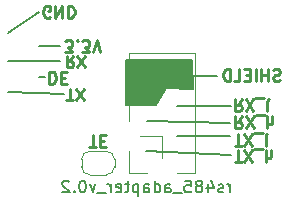
<source format=gbr>
G04 #@! TF.GenerationSoftware,KiCad,Pcbnew,5.1.5-52549c5~84~ubuntu18.04.1*
G04 #@! TF.CreationDate,2020-05-04T21:01:36+02:00*
G04 #@! TF.ProjectId,rs485_adapter,72733438-355f-4616-9461-707465722e6b,rev?*
G04 #@! TF.SameCoordinates,Original*
G04 #@! TF.FileFunction,Legend,Bot*
G04 #@! TF.FilePolarity,Positive*
%FSLAX46Y46*%
G04 Gerber Fmt 4.6, Leading zero omitted, Abs format (unit mm)*
G04 Created by KiCad (PCBNEW 5.1.5-52549c5~84~ubuntu18.04.1) date 2020-05-04 21:01:36*
%MOMM*%
%LPD*%
G04 APERTURE LIST*
%ADD10C,0.150000*%
%ADD11C,0.200000*%
%ADD12C,0.250000*%
%ADD13C,0.120000*%
G04 APERTURE END LIST*
D10*
X139681428Y-113232380D02*
X139681428Y-112565714D01*
X139681428Y-112756190D02*
X139633809Y-112660952D01*
X139586190Y-112613333D01*
X139490952Y-112565714D01*
X139395714Y-112565714D01*
X139110000Y-113184761D02*
X139014761Y-113232380D01*
X138824285Y-113232380D01*
X138729047Y-113184761D01*
X138681428Y-113089523D01*
X138681428Y-113041904D01*
X138729047Y-112946666D01*
X138824285Y-112899047D01*
X138967142Y-112899047D01*
X139062380Y-112851428D01*
X139110000Y-112756190D01*
X139110000Y-112708571D01*
X139062380Y-112613333D01*
X138967142Y-112565714D01*
X138824285Y-112565714D01*
X138729047Y-112613333D01*
X137824285Y-112565714D02*
X137824285Y-113232380D01*
X138062380Y-112184761D02*
X138300476Y-112899047D01*
X137681428Y-112899047D01*
X137157619Y-112660952D02*
X137252857Y-112613333D01*
X137300476Y-112565714D01*
X137348095Y-112470476D01*
X137348095Y-112422857D01*
X137300476Y-112327619D01*
X137252857Y-112280000D01*
X137157619Y-112232380D01*
X136967142Y-112232380D01*
X136871904Y-112280000D01*
X136824285Y-112327619D01*
X136776666Y-112422857D01*
X136776666Y-112470476D01*
X136824285Y-112565714D01*
X136871904Y-112613333D01*
X136967142Y-112660952D01*
X137157619Y-112660952D01*
X137252857Y-112708571D01*
X137300476Y-112756190D01*
X137348095Y-112851428D01*
X137348095Y-113041904D01*
X137300476Y-113137142D01*
X137252857Y-113184761D01*
X137157619Y-113232380D01*
X136967142Y-113232380D01*
X136871904Y-113184761D01*
X136824285Y-113137142D01*
X136776666Y-113041904D01*
X136776666Y-112851428D01*
X136824285Y-112756190D01*
X136871904Y-112708571D01*
X136967142Y-112660952D01*
X135871904Y-112232380D02*
X136348095Y-112232380D01*
X136395714Y-112708571D01*
X136348095Y-112660952D01*
X136252857Y-112613333D01*
X136014761Y-112613333D01*
X135919523Y-112660952D01*
X135871904Y-112708571D01*
X135824285Y-112803809D01*
X135824285Y-113041904D01*
X135871904Y-113137142D01*
X135919523Y-113184761D01*
X136014761Y-113232380D01*
X136252857Y-113232380D01*
X136348095Y-113184761D01*
X136395714Y-113137142D01*
X135633809Y-113327619D02*
X134871904Y-113327619D01*
X134205238Y-113232380D02*
X134205238Y-112708571D01*
X134252857Y-112613333D01*
X134348095Y-112565714D01*
X134538571Y-112565714D01*
X134633809Y-112613333D01*
X134205238Y-113184761D02*
X134300476Y-113232380D01*
X134538571Y-113232380D01*
X134633809Y-113184761D01*
X134681428Y-113089523D01*
X134681428Y-112994285D01*
X134633809Y-112899047D01*
X134538571Y-112851428D01*
X134300476Y-112851428D01*
X134205238Y-112803809D01*
X133300476Y-113232380D02*
X133300476Y-112232380D01*
X133300476Y-113184761D02*
X133395714Y-113232380D01*
X133586190Y-113232380D01*
X133681428Y-113184761D01*
X133729047Y-113137142D01*
X133776666Y-113041904D01*
X133776666Y-112756190D01*
X133729047Y-112660952D01*
X133681428Y-112613333D01*
X133586190Y-112565714D01*
X133395714Y-112565714D01*
X133300476Y-112613333D01*
X132395714Y-113232380D02*
X132395714Y-112708571D01*
X132443333Y-112613333D01*
X132538571Y-112565714D01*
X132729047Y-112565714D01*
X132824285Y-112613333D01*
X132395714Y-113184761D02*
X132490952Y-113232380D01*
X132729047Y-113232380D01*
X132824285Y-113184761D01*
X132871904Y-113089523D01*
X132871904Y-112994285D01*
X132824285Y-112899047D01*
X132729047Y-112851428D01*
X132490952Y-112851428D01*
X132395714Y-112803809D01*
X131919523Y-112565714D02*
X131919523Y-113565714D01*
X131919523Y-112613333D02*
X131824285Y-112565714D01*
X131633809Y-112565714D01*
X131538571Y-112613333D01*
X131490952Y-112660952D01*
X131443333Y-112756190D01*
X131443333Y-113041904D01*
X131490952Y-113137142D01*
X131538571Y-113184761D01*
X131633809Y-113232380D01*
X131824285Y-113232380D01*
X131919523Y-113184761D01*
X131157619Y-112565714D02*
X130776666Y-112565714D01*
X131014761Y-112232380D02*
X131014761Y-113089523D01*
X130967142Y-113184761D01*
X130871904Y-113232380D01*
X130776666Y-113232380D01*
X130062380Y-113184761D02*
X130157619Y-113232380D01*
X130348095Y-113232380D01*
X130443333Y-113184761D01*
X130490952Y-113089523D01*
X130490952Y-112708571D01*
X130443333Y-112613333D01*
X130348095Y-112565714D01*
X130157619Y-112565714D01*
X130062380Y-112613333D01*
X130014761Y-112708571D01*
X130014761Y-112803809D01*
X130490952Y-112899047D01*
X129586190Y-113232380D02*
X129586190Y-112565714D01*
X129586190Y-112756190D02*
X129538571Y-112660952D01*
X129490952Y-112613333D01*
X129395714Y-112565714D01*
X129300476Y-112565714D01*
X129205238Y-113327619D02*
X128443333Y-113327619D01*
X128300476Y-112565714D02*
X128062380Y-113232380D01*
X127824285Y-112565714D01*
X127252857Y-112232380D02*
X127157619Y-112232380D01*
X127062380Y-112280000D01*
X127014761Y-112327619D01*
X126967142Y-112422857D01*
X126919523Y-112613333D01*
X126919523Y-112851428D01*
X126967142Y-113041904D01*
X127014761Y-113137142D01*
X127062380Y-113184761D01*
X127157619Y-113232380D01*
X127252857Y-113232380D01*
X127348095Y-113184761D01*
X127395714Y-113137142D01*
X127443333Y-113041904D01*
X127490952Y-112851428D01*
X127490952Y-112613333D01*
X127443333Y-112422857D01*
X127395714Y-112327619D01*
X127348095Y-112280000D01*
X127252857Y-112232380D01*
X126490952Y-113137142D02*
X126443333Y-113184761D01*
X126490952Y-113232380D01*
X126538571Y-113184761D01*
X126490952Y-113137142D01*
X126490952Y-113232380D01*
X126062380Y-112327619D02*
X126014761Y-112280000D01*
X125919523Y-112232380D01*
X125681428Y-112232380D01*
X125586190Y-112280000D01*
X125538571Y-112327619D01*
X125490952Y-112422857D01*
X125490952Y-112518095D01*
X125538571Y-112660952D01*
X126110000Y-113232380D01*
X125490952Y-113232380D01*
D11*
X138630000Y-103350000D02*
X136660000Y-103370000D01*
D12*
X127791904Y-109397619D02*
X128363333Y-109397619D01*
X128077619Y-108397619D02*
X128077619Y-109397619D01*
X128696666Y-108921428D02*
X129030000Y-108921428D01*
X129172857Y-108397619D02*
X128696666Y-108397619D01*
X128696666Y-109397619D01*
X129172857Y-109397619D01*
D10*
G36*
X136530000Y-104510000D02*
G01*
X134270000Y-104390000D01*
X133460000Y-105820000D01*
X130910000Y-105840000D01*
X130880000Y-102010000D01*
X136500000Y-102010000D01*
X136530000Y-104510000D01*
G37*
X136530000Y-104510000D02*
X134270000Y-104390000D01*
X133460000Y-105820000D01*
X130910000Y-105840000D01*
X130880000Y-102010000D01*
X136500000Y-102010000D01*
X136530000Y-104510000D01*
D12*
X143904761Y-103754761D02*
X143761904Y-103802380D01*
X143523809Y-103802380D01*
X143428571Y-103754761D01*
X143380952Y-103707142D01*
X143333333Y-103611904D01*
X143333333Y-103516666D01*
X143380952Y-103421428D01*
X143428571Y-103373809D01*
X143523809Y-103326190D01*
X143714285Y-103278571D01*
X143809523Y-103230952D01*
X143857142Y-103183333D01*
X143904761Y-103088095D01*
X143904761Y-102992857D01*
X143857142Y-102897619D01*
X143809523Y-102850000D01*
X143714285Y-102802380D01*
X143476190Y-102802380D01*
X143333333Y-102850000D01*
X142904761Y-103802380D02*
X142904761Y-102802380D01*
X142904761Y-103278571D02*
X142333333Y-103278571D01*
X142333333Y-103802380D02*
X142333333Y-102802380D01*
X141857142Y-103802380D02*
X141857142Y-102802380D01*
X141380952Y-103278571D02*
X141047619Y-103278571D01*
X140904761Y-103802380D02*
X141380952Y-103802380D01*
X141380952Y-102802380D01*
X140904761Y-102802380D01*
X140000000Y-103802380D02*
X140476190Y-103802380D01*
X140476190Y-102802380D01*
X139666666Y-103802380D02*
X139666666Y-102802380D01*
X139428571Y-102802380D01*
X139285714Y-102850000D01*
X139190476Y-102945238D01*
X139142857Y-103040476D01*
X139095238Y-103230952D01*
X139095238Y-103373809D01*
X139142857Y-103564285D01*
X139190476Y-103659523D01*
X139285714Y-103754761D01*
X139428571Y-103802380D01*
X139666666Y-103802380D01*
D11*
X139750000Y-105920000D02*
X135200000Y-105910000D01*
X139650000Y-107320000D02*
X132680000Y-107190000D01*
X139650000Y-108420000D02*
X135230000Y-108490000D01*
X139740000Y-110090000D02*
X132600000Y-109760000D01*
X125600000Y-104900000D02*
X120900000Y-104700000D01*
X124000000Y-103500000D02*
X123500000Y-103500000D01*
X125300000Y-102100000D02*
X120900000Y-102100000D01*
X125300000Y-100800000D02*
X123500000Y-100800000D01*
X123500000Y-98000000D02*
X120900000Y-99700000D01*
D12*
X124438095Y-98400000D02*
X124342857Y-98447619D01*
X124200000Y-98447619D01*
X124057142Y-98400000D01*
X123961904Y-98304761D01*
X123914285Y-98209523D01*
X123866666Y-98019047D01*
X123866666Y-97876190D01*
X123914285Y-97685714D01*
X123961904Y-97590476D01*
X124057142Y-97495238D01*
X124200000Y-97447619D01*
X124295238Y-97447619D01*
X124438095Y-97495238D01*
X124485714Y-97542857D01*
X124485714Y-97876190D01*
X124295238Y-97876190D01*
X124914285Y-97447619D02*
X124914285Y-98447619D01*
X125485714Y-97447619D01*
X125485714Y-98447619D01*
X125961904Y-97447619D02*
X125961904Y-98447619D01*
X126200000Y-98447619D01*
X126342857Y-98400000D01*
X126438095Y-98304761D01*
X126485714Y-98209523D01*
X126533333Y-98019047D01*
X126533333Y-97876190D01*
X126485714Y-97685714D01*
X126438095Y-97590476D01*
X126342857Y-97495238D01*
X126200000Y-97447619D01*
X125961904Y-97447619D01*
X125723809Y-101347619D02*
X126342857Y-101347619D01*
X126009523Y-100966666D01*
X126152380Y-100966666D01*
X126247619Y-100919047D01*
X126295238Y-100871428D01*
X126342857Y-100776190D01*
X126342857Y-100538095D01*
X126295238Y-100442857D01*
X126247619Y-100395238D01*
X126152380Y-100347619D01*
X125866666Y-100347619D01*
X125771428Y-100395238D01*
X125723809Y-100442857D01*
X126771428Y-100442857D02*
X126819047Y-100395238D01*
X126771428Y-100347619D01*
X126723809Y-100395238D01*
X126771428Y-100442857D01*
X126771428Y-100347619D01*
X127152380Y-101347619D02*
X127771428Y-101347619D01*
X127438095Y-100966666D01*
X127580952Y-100966666D01*
X127676190Y-100919047D01*
X127723809Y-100871428D01*
X127771428Y-100776190D01*
X127771428Y-100538095D01*
X127723809Y-100442857D01*
X127676190Y-100395238D01*
X127580952Y-100347619D01*
X127295238Y-100347619D01*
X127200000Y-100395238D01*
X127152380Y-100442857D01*
X128057142Y-101347619D02*
X128390476Y-100347619D01*
X128723809Y-101347619D01*
X126433333Y-101647619D02*
X126100000Y-102123809D01*
X125861904Y-101647619D02*
X125861904Y-102647619D01*
X126242857Y-102647619D01*
X126338095Y-102600000D01*
X126385714Y-102552380D01*
X126433333Y-102457142D01*
X126433333Y-102314285D01*
X126385714Y-102219047D01*
X126338095Y-102171428D01*
X126242857Y-102123809D01*
X125861904Y-102123809D01*
X126766666Y-102647619D02*
X127433333Y-101647619D01*
X127433333Y-102647619D02*
X126766666Y-101647619D01*
X124379154Y-103024292D02*
X124379154Y-104024292D01*
X124617249Y-104024292D01*
X124760106Y-103976673D01*
X124855344Y-103881434D01*
X124902963Y-103786196D01*
X124950582Y-103595720D01*
X124950582Y-103452863D01*
X124902963Y-103262387D01*
X124855344Y-103167149D01*
X124760106Y-103071911D01*
X124617249Y-103024292D01*
X124379154Y-103024292D01*
X125379154Y-103548101D02*
X125712487Y-103548101D01*
X125855344Y-103024292D02*
X125379154Y-103024292D01*
X125379154Y-104024292D01*
X125855344Y-104024292D01*
X125838095Y-105447619D02*
X126409523Y-105447619D01*
X126123809Y-104447619D02*
X126123809Y-105447619D01*
X126647619Y-105447619D02*
X127314285Y-104447619D01*
X127314285Y-105447619D02*
X126647619Y-104447619D01*
X140104761Y-110677619D02*
X140676190Y-110677619D01*
X140390476Y-109677619D02*
X140390476Y-110677619D01*
X140914285Y-110677619D02*
X141580952Y-109677619D01*
X141580952Y-110677619D02*
X140914285Y-109677619D01*
X141723809Y-109582380D02*
X142485714Y-109582380D01*
X142723809Y-109677619D02*
X142723809Y-110677619D01*
X143152380Y-109677619D02*
X143152380Y-110201428D01*
X143104761Y-110296666D01*
X143009523Y-110344285D01*
X142866666Y-110344285D01*
X142771428Y-110296666D01*
X142723809Y-110249047D01*
X140095238Y-109267619D02*
X140666666Y-109267619D01*
X140380952Y-108267619D02*
X140380952Y-109267619D01*
X140904761Y-109267619D02*
X141571428Y-108267619D01*
X141571428Y-109267619D02*
X140904761Y-108267619D01*
X141714285Y-108172380D02*
X142476190Y-108172380D01*
X142857142Y-108267619D02*
X142761904Y-108315238D01*
X142714285Y-108410476D01*
X142714285Y-109267619D01*
X140710000Y-106807619D02*
X140376666Y-107283809D01*
X140138571Y-106807619D02*
X140138571Y-107807619D01*
X140519523Y-107807619D01*
X140614761Y-107760000D01*
X140662380Y-107712380D01*
X140710000Y-107617142D01*
X140710000Y-107474285D01*
X140662380Y-107379047D01*
X140614761Y-107331428D01*
X140519523Y-107283809D01*
X140138571Y-107283809D01*
X141043333Y-107807619D02*
X141710000Y-106807619D01*
X141710000Y-107807619D02*
X141043333Y-106807619D01*
X141852857Y-106712380D02*
X142614761Y-106712380D01*
X142852857Y-106807619D02*
X142852857Y-107807619D01*
X143281428Y-106807619D02*
X143281428Y-107331428D01*
X143233809Y-107426666D01*
X143138571Y-107474285D01*
X142995714Y-107474285D01*
X142900476Y-107426666D01*
X142852857Y-107379047D01*
X140680476Y-105327619D02*
X140347142Y-105803809D01*
X140109047Y-105327619D02*
X140109047Y-106327619D01*
X140490000Y-106327619D01*
X140585238Y-106280000D01*
X140632857Y-106232380D01*
X140680476Y-106137142D01*
X140680476Y-105994285D01*
X140632857Y-105899047D01*
X140585238Y-105851428D01*
X140490000Y-105803809D01*
X140109047Y-105803809D01*
X141013809Y-106327619D02*
X141680476Y-105327619D01*
X141680476Y-106327619D02*
X141013809Y-105327619D01*
X141823333Y-105232380D02*
X142585238Y-105232380D01*
X142966190Y-105327619D02*
X142870952Y-105375238D01*
X142823333Y-105470476D01*
X142823333Y-106327619D01*
D13*
X131110000Y-107150000D02*
X131110000Y-101465000D01*
X131110000Y-101465000D02*
X136710000Y-101465000D01*
X136710000Y-111565000D02*
X136710000Y-101465000D01*
X135180000Y-111565000D02*
X136710000Y-111565000D01*
X133910000Y-110290000D02*
X133910000Y-108420000D01*
X133910000Y-108420000D02*
X132040000Y-108420000D01*
X131110000Y-109690000D02*
X131110000Y-111565000D01*
X131110000Y-111565000D02*
X132640000Y-111565000D01*
X129220000Y-111750000D02*
G75*
G03X129920000Y-111050000I0J700000D01*
G01*
X129920000Y-110450000D02*
G75*
G03X129220000Y-109750000I-700000J0D01*
G01*
X127820000Y-109750000D02*
G75*
G03X127120000Y-110450000I0J-700000D01*
G01*
X127120000Y-111050000D02*
G75*
G03X127820000Y-111750000I700000J0D01*
G01*
X127120000Y-110450000D02*
X127120000Y-111050000D01*
X129220000Y-109750000D02*
X127820000Y-109750000D01*
X129920000Y-111050000D02*
X129920000Y-110450000D01*
X127820000Y-111750000D02*
X129220000Y-111750000D01*
M02*

</source>
